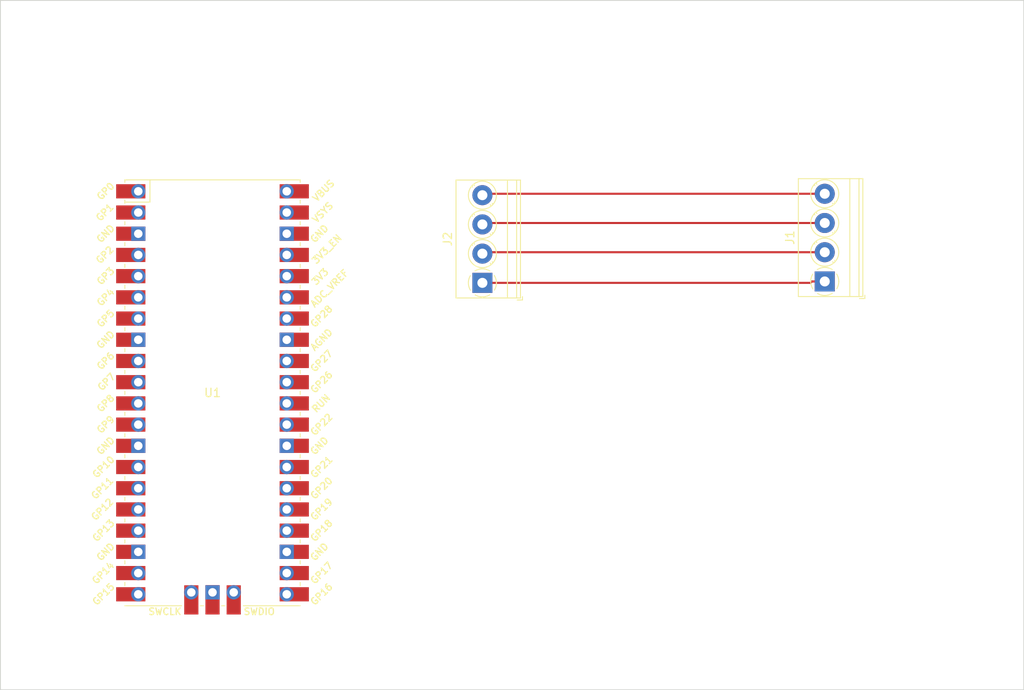
<source format=kicad_pcb>
(kicad_pcb (version 20221018) (generator pcbnew)
  (layers (0 "F.Cu" signal) (31 "B.Cu" signal) (34 "B.Paste" user) (35 "F.Paste" user) (36 "B.SilkS" user "B.Silkscreen") (37 "F.SilkS" user "F.Silkscreen") (38 "B.Mask" user) (39 "F.Mask" user) (44 "Edge.Cuts" user))
  (net 0 "")
  (net 1 "Net-(J1-Pin_1)")
  (net 2 "Net-(J1-Pin_2)")
  (net 3 "Net-(J1-Pin_3)")
  (net 4 "Net-(J1-Pin_4)")
  (footprint "TerminalBlock_Phoenix:TerminalBlock_Phoenix_PT-1,5-4-3.5-H_1x04_P3.50mm_Horizontal" (layer "F.Cu") (at 190.16 74.93 90)
    (fp_text reference "J1" (at 5.25 -4.16 90) (layer "F.SilkS"))
    (fp_text value "Screw_Terminal_01x04")
    (fp_line (start -2.05 4.16) (end -2.05 4.8) (stroke (width 0.12)) (layer "F.SilkS"))
    (fp_line (start -2.05 4.8) (end -1.65 4.8) (stroke (width 0.12)) (layer "F.SilkS"))
    (fp_line (start -1.81 -3.16) (end -1.81 4.56) (stroke (width 0.12)) (layer "F.SilkS"))
    (fp_line (start -1.81 -3.16) (end 12.31 -3.16) (stroke (width 0.12)) (layer "F.SilkS"))
    (fp_line (start -1.81 3) (end 12.31 3) (stroke (width 0.12)) (layer "F.SilkS"))
    (fp_line (start -1.81 4.1) (end 12.31 4.1) (stroke (width 0.12)) (layer "F.SilkS"))
    (fp_line (start -1.81 4.56) (end 12.31 4.56) (stroke (width 0.12)) (layer "F.SilkS"))
    (fp_line (start 2.355 0.941) (end 2.226 1.069) (stroke (width 0.12)) (layer "F.SilkS"))
    (fp_line (start 2.525 1.181) (end 2.431 1.274) (stroke (width 0.12)) (layer "F.SilkS"))
    (fp_line (start 4.57 -1.275) (end 4.476 -1.181) (stroke (width 0.12)) (layer "F.SilkS"))
    (fp_line (start 4.775 -1.069) (end 4.646 -0.941) (stroke (width 0.12)) (layer "F.SilkS"))
    (fp_line (start 5.855 0.941) (end 5.726 1.069) (stroke (width 0.12)) (layer "F.SilkS"))
    (fp_line (start 6.025 1.181) (end 5.931 1.274) (stroke (width 0.12)) (layer "F.SilkS"))
    (fp_line (start 8.07 -1.275) (end 7.976 -1.181) (stroke (width 0.12)) (layer "F.SilkS"))
    (fp_line (start 8.275 -1.069) (end 8.146 -0.941) (stroke (width 0.12)) (layer "F.SilkS"))
    (fp_line (start 9.355 0.941) (end 9.226 1.069) (stroke (width 0.12)) (layer "F.SilkS"))
    (fp_line (start 9.525 1.181) (end 9.431 1.274) (stroke (width 0.12)) (layer "F.SilkS"))
    (fp_line (start 11.57 -1.275) (end 11.476 -1.181) (stroke (width 0.12)) (layer "F.SilkS"))
    (fp_line (start 11.775 -1.069) (end 11.646 -0.941) (stroke (width 0.12)) (layer "F.SilkS"))
    (fp_line (start 12.31 -3.16) (end 12.31 4.56) (stroke (width 0.12)) (layer "F.SilkS"))
    (fp_arc (start -1.425358 0.889894) (mid -1.680286 0.014012) (end -1.44 -0.866) (stroke (width 0.12)) (layer "F.SilkS"))
    (fp_arc (start -0.889894 -1.425358) (mid -0.014012 -1.680286) (end 0.866 -1.44) (stroke (width 0.12)) (layer "F.SilkS"))
    (fp_arc (start 0.028674 1.680099) (mid -0.435535 1.622918) (end -0.866 1.44) (stroke (width 0.12)) (layer "F.SilkS"))
    (fp_arc (start 0.890264 1.424721) (mid 0.463071 1.61492) (end 0 1.68) (stroke (width 0.12)) (layer "F.SilkS"))
    (fp_arc (start 1.425504 -0.890193) (mid 1.680626 0.000476) (end 1.425 0.891) (stroke (width 0.12)) (layer "F.SilkS"))
    (fp_circle (center 3.5 0) (end 5.18 0) (stroke (width 0.12)) (fill none) (layer "F.SilkS"))
    (fp_circle (center 7 0) (end 8.68 0) (stroke (width 0.12)) (fill none) (layer "F.SilkS"))
    (fp_circle (center 10.5 0) (end 12.18 0) (stroke (width 0.12)) (fill none) (layer "F.SilkS"))
    (pad "1" thru_hole rect (at 0 0 90) (size 2.4 2.4) (drill 1.2) (layers "*.Cu" "*.Mask") (net 1 "Net-(J1-Pin_1)"))
    (pad "2" thru_hole circle (at 3.5 0 90) (size 2.4 2.4) (drill 1.2) (layers "*.Cu" "*.Mask") (net 2 "Net-(J1-Pin_2)"))
    (pad "3" thru_hole circle (at 7 0 90) (size 2.4 2.4) (drill 1.2) (layers "*.Cu" "*.Mask") (net 3 "Net-(J1-Pin_3)"))
    (pad "4" thru_hole circle (at 10.5 0 90) (size 2.4 2.4) (drill 1.2) (layers "*.Cu" "*.Mask") (net 4 "Net-(J1-Pin_4)"))
  )
  (footprint "RP-Pico Libraries:RP2040Pico" (layer "F.Cu") (at 116.84 88.265)
    (fp_text reference "U1" (at 0 0) (layer "F.SilkS"))
    (fp_text value "Pico")
    (fp_text user "GP9" (at -12.8 3.81 45) (layer "F.SilkS") (effects (font (size 0.8 0.8))))
    (fp_text user "GP7" (at -12.7 -1.3 45) (layer "F.SilkS") (effects (font (size 0.8 0.8))))
    (fp_text user "GP18" (at 13.054 16.51 45) (layer "F.SilkS") (effects (font (size 0.8 0.8))))
    (fp_text user "SWCLK" (at -5.7 26.2) (layer "F.SilkS") (effects (font (size 0.8 0.8))))
    (fp_text user "RUN" (at 13 1.27 45) (layer "F.SilkS") (effects (font (size 0.8 0.8))))
    (fp_text user "GP14" (at -13.1 21.59 45) (layer "F.SilkS") (effects (font (size 0.8 0.8))))
    (fp_text user "ADC_VREF" (at 14 -12.5 45) (layer "F.SilkS") (effects (font (size 0.8 0.8))))
    (fp_text user "GP10" (at -13.054 8.89 45) (layer "F.SilkS") (effects (font (size 0.8 0.8))))
    (fp_text user "GP4" (at -12.8 -11.43 45) (layer "F.SilkS") (effects (font (size 0.8 0.8))))
    (fp_text user "GP1" (at -12.9 -21.6 45) (layer "F.SilkS") (effects (font (size 0.8 0.8))))
    (fp_text user "GP21" (at 13.054 8.9 45) (layer "F.SilkS") (effects (font (size 0.8 0.8))))
    (fp_text user "GP15" (at -13.054 24.13 45) (layer "F.SilkS") (effects (font (size 0.8 0.8))))
    (fp_text user "GP8" (at -12.8 1.27 45) (layer "F.SilkS") (effects (font (size 0.8 0.8))))
    (fp_text user "VSYS" (at 13.2 -21.59 45) (layer "F.SilkS") (effects (font (size 0.8 0.8))))
    (fp_text user "3V3_EN" (at 13.7 -17.2 45) (layer "F.SilkS") (effects (font (size 0.8 0.8))))
    (fp_text user "GP6" (at -12.8 -3.81 45) (layer "F.SilkS") (effects (font (size 0.8 0.8))))
    (fp_text user "SWDIO" (at 5.6 26.2) (layer "F.SilkS") (effects (font (size 0.8 0.8))))
    (fp_text user "VBUS" (at 13.3 -24.2 45) (layer "F.SilkS") (effects (font (size 0.8 0.8))))
    (fp_text user "GND" (at -12.8 -6.35 45) (layer "F.SilkS") (effects (font (size 0.8 0.8))))
    (fp_text user "GP28" (at 13.054 -9.144 45) (layer "F.SilkS") (effects (font (size 0.8 0.8))))
    (fp_text user "GND" (at 12.8 -19.05 45) (layer "F.SilkS") (effects (font (size 0.8 0.8))))
    (fp_text user "GND" (at -12.8 -19.05 45) (layer "F.SilkS") (effects (font (size 0.8 0.8))))
    (fp_text user "GP20" (at 13.054 11.43 45) (layer "F.SilkS") (effects (font (size 0.8 0.8))))
    (fp_text user "3V3" (at 12.9 -13.9 45) (layer "F.SilkS") (effects (font (size 0.8 0.8))))
    (fp_text user "GND" (at 12.8 19.05 45) (layer "F.SilkS") (effects (font (size 0.8 0.8))))
    (fp_text user "GP0" (at -12.8 -24.13 45) (layer "F.SilkS") (effects (font (size 0.8 0.8))))
    (fp_text user "GND" (at -12.8 19.05 45) (layer "F.SilkS") (effects (font (size 0.8 0.8))))
    (fp_text user "GP19" (at 13.054 13.97 45) (layer "F.SilkS") (effects (font (size 0.8 0.8))))
    (fp_text user "GP2" (at -12.9 -16.51 45) (layer "F.SilkS") (effects (font (size 0.8 0.8))))
    (fp_text user "GND" (at -12.8 6.35 45) (layer "F.SilkS") (effects (font (size 0.8 0.8))))
    (fp_text user "GP27" (at 13.054 -3.8 45) (layer "F.SilkS") (effects (font (size 0.8 0.8))))
    (fp_text user "AGND" (at 13.054 -6.35 45) (layer "F.SilkS") (effects (font (size 0.8 0.8))))
    (fp_text user "GP22" (at 13.054 3.81 45) (layer "F.SilkS") (effects (font (size 0.8 0.8))))
    (fp_text user "GP26" (at 13.054 -1.27 45) (layer "F.SilkS") (effects (font (size 0.8 0.8))))
    (fp_text user "GP12" (at -13.2 13.97 45) (layer "F.SilkS") (effects (font (size 0.8 0.8))))
    (fp_text user "GP3" (at -12.8 -13.97 45) (layer "F.SilkS") (effects (font (size 0.8 0.8))))
    (fp_text user "GP17" (at 13.054 21.59 45) (layer "F.SilkS") (effects (font (size 0.8 0.8))))
    (fp_text user "GP16" (at 13.054 24.13 45) (layer "F.SilkS") (effects (font (size 0.8 0.8))))
    (fp_text user "GP5" (at -12.8 -8.89 45) (layer "F.SilkS") (effects (font (size 0.8 0.8))))
    (fp_text user "GP11" (at -13.2 11.43 45) (layer "F.SilkS") (effects (font (size 0.8 0.8))))
    (fp_text user "GND" (at 12.8 6.35 45) (layer "F.SilkS") (effects (font (size 0.8 0.8))))
    (fp_text user "GP13" (at -13.054 16.51 45) (layer "F.SilkS") (effects (font (size 0.8 0.8))))
    (fp_line (start -10.5 -25.5) (end -10.5 -25.2) (stroke (width 0.12)) (layer "F.SilkS"))
    (fp_line (start -10.5 -25.5) (end 10.5 -25.5) (stroke (width 0.12)) (layer "F.SilkS"))
    (fp_line (start -10.5 -23.1) (end -10.5 -22.7) (stroke (width 0.12)) (layer "F.SilkS"))
    (fp_line (start -10.5 -22.833) (end -7.493 -22.833) (stroke (width 0.12)) (layer "F.SilkS"))
    (fp_line (start -10.5 -20.5) (end -10.5 -20.1) (stroke (width 0.12)) (layer "F.SilkS"))
    (fp_line (start -10.5 -18) (end -10.5 -17.6) (stroke (width 0.12)) (layer "F.SilkS"))
    (fp_line (start -10.5 -15.4) (end -10.5 -15) (stroke (width 0.12)) (layer "F.SilkS"))
    (fp_line (start -10.5 -12.9) (end -10.5 -12.5) (stroke (width 0.12)) (layer "F.SilkS"))
    (fp_line (start -10.5 -10.4) (end -10.5 -10) (stroke (width 0.12)) (layer "F.SilkS"))
    (fp_line (start -10.5 -7.8) (end -10.5 -7.4) (stroke (width 0.12)) (layer "F.SilkS"))
    (fp_line (start -10.5 -5.3) (end -10.5 -4.9) (stroke (width 0.12)) (layer "F.SilkS"))
    (fp_line (start -10.5 -2.7) (end -10.5 -2.3) (stroke (width 0.12)) (layer "F.SilkS"))
    (fp_line (start -10.5 -0.2) (end -10.5 0.2) (stroke (width 0.12)) (layer "F.SilkS"))
    (fp_line (start -10.5 2.3) (end -10.5 2.7) (stroke (width 0.12)) (layer "F.SilkS"))
    (fp_line (start -10.5 4.9) (end -10.5 5.3) (stroke (width 0.12)) (layer "F.SilkS"))
    (fp_line (start -10.5 7.4) (end -10.5 7.8) (stroke (width 0.12)) (layer "F.SilkS"))
    (fp_line (start -10.5 10) (end -10.5 10.4) (stroke (width 0.12)) (layer "F.SilkS"))
    (fp_line (start -10.5 12.5) (end -10.5 12.9) (stroke (width 0.12)) (layer "F.SilkS"))
    (fp_line (start -10.5 15.1) (end -10.5 15.5) (stroke (width 0.12)) (layer "F.SilkS"))
    (fp_line (start -10.5 17.6) (end -10.5 18) (stroke (width 0.12)) (layer "F.SilkS"))
    (fp_line (start -10.5 20.1) (end -10.5 20.5) (stroke (width 0.12)) (layer "F.SilkS"))
    (fp_line (start -10.5 22.7) (end -10.5 23.1) (stroke (width 0.12)) (layer "F.SilkS"))
    (fp_line (start -7.493 -22.833) (end -7.493 -25.5) (stroke (width 0.12)) (layer "F.SilkS"))
    (fp_line (start -3.7 25.5) (end -10.5 25.5) (stroke (width 0.12)) (layer "F.SilkS"))
    (fp_line (start -1.5 25.5) (end -1.1 25.5) (stroke (width 0.12)) (layer "F.SilkS"))
    (fp_line (start 1.1 25.5) (end 1.5 25.5) (stroke (width 0.12)) (layer "F.SilkS"))
    (fp_line (start 10.5 -25.5) (end 10.5 -25.2) (stroke (width 0.12)) (layer "F.SilkS"))
    (fp_line (start 10.5 -23.1) (end 10.5 -22.7) (stroke (width 0.12)) (layer "F.SilkS"))
    (fp_line (start 10.5 -20.5) (end 10.5 -20.1) (stroke (width 0.12)) (layer "F.SilkS"))
    (fp_line (start 10.5 -18) (end 10.5 -17.6) (stroke (width 0.12)) (layer "F.SilkS"))
    (fp_line (start 10.5 -15.4) (end 10.5 -15) (stroke (width 0.12)) (layer "F.SilkS"))
    (fp_line (start 10.5 -12.9) (end 10.5 -12.5) (stroke (width 0.12)) (layer "F.SilkS"))
    (fp_line (start 10.5 -10.4) (end 10.5 -10) (stroke (width 0.12)) (layer "F.SilkS"))
    (fp_line (start 10.5 -7.8) (end 10.5 -7.4) (stroke (width 0.12)) (layer "F.SilkS"))
    (fp_line (start 10.5 -5.3) (end 10.5 -4.9) (stroke (width 0.12)) (layer "F.SilkS"))
    (fp_line (start 10.5 -2.7) (end 10.5 -2.3) (stroke (width 0.12)) (layer "F.SilkS"))
    (fp_line (start 10.5 -0.2) (end 10.5 0.2) (stroke (width 0.12)) (layer "F.SilkS"))
    (fp_line (start 10.5 2.3) (end 10.5 2.7) (stroke (width 0.12)) (layer "F.SilkS"))
    (fp_line (start 10.5 4.9) (end 10.5 5.3) (stroke (width 0.12)) (layer "F.SilkS"))
    (fp_line (start 10.5 7.4) (end 10.5 7.8) (stroke (width 0.12)) (layer "F.SilkS"))
    (fp_line (start 10.5 10) (end 10.5 10.4) (stroke (width 0.12)) (layer "F.SilkS"))
    (fp_line (start 10.5 12.5) (end 10.5 12.9) (stroke (width 0.12)) (layer "F.SilkS"))
    (fp_line (start 10.5 15.1) (end 10.5 15.5) (stroke (width 0.12)) (layer "F.SilkS"))
    (fp_line (start 10.5 17.6) (end 10.5 18) (stroke (width 0.12)) (layer "F.SilkS"))
    (fp_line (start 10.5 20.1) (end 10.5 20.5) (stroke (width 0.12)) (layer "F.SilkS"))
    (fp_line (start 10.5 22.7) (end 10.5 23.1) (stroke (width 0.12)) (layer "F.SilkS"))
    (fp_line (start 10.5 25.5) (end 3.7 25.5) (stroke (width 0.12)) (layer "F.SilkS"))
    (pad "1" thru_hole oval (at -8.89 -24.13) (size 1.7 1.7) (drill 1.02) (layers "*.Cu" "*.Mask"))
    (pad "1" smd rect (at -8.89 -24.13) (size 3.5 1.7) (drill (offset -0.9 0)) (layers "F.Cu" "F.Mask"))
    (pad "2" thru_hole oval (at -8.89 -21.59) (size 1.7 1.7) (drill 1.02) (layers "*.Cu" "*.Mask"))
    (pad "2" smd rect (at -8.89 -21.59) (size 3.5 1.7) (drill (offset -0.9 0)) (layers "F.Cu" "F.Mask"))
    (pad "3" thru_hole rect (at -8.89 -19.05) (size 1.7 1.7) (drill 1.02) (layers "*.Cu" "*.Mask"))
    (pad "3" smd rect (at -8.89 -19.05) (size 3.5 1.7) (drill (offset -0.9 0)) (layers "F.Cu" "F.Mask"))
    (pad "4" thru_hole oval (at -8.89 -16.51) (size 1.7 1.7) (drill 1.02) (layers "*.Cu" "*.Mask"))
    (pad "4" smd rect (at -8.89 -16.51) (size 3.5 1.7) (drill (offset -0.9 0)) (layers "F.Cu" "F.Mask"))
    (pad "5" thru_hole oval (at -8.89 -13.97) (size 1.7 1.7) (drill 1.02) (layers "*.Cu" "*.Mask"))
    (pad "5" smd rect (at -8.89 -13.97) (size 3.5 1.7) (drill (offset -0.9 0)) (layers "F.Cu" "F.Mask"))
    (pad "6" thru_hole oval (at -8.89 -11.43) (size 1.7 1.7) (drill 1.02) (layers "*.Cu" "*.Mask"))
    (pad "6" smd rect (at -8.89 -11.43) (size 3.5 1.7) (drill (offset -0.9 0)) (layers "F.Cu" "F.Mask"))
    (pad "7" thru_hole oval (at -8.89 -8.89) (size 1.7 1.7) (drill 1.02) (layers "*.Cu" "*.Mask"))
    (pad "7" smd rect (at -8.89 -8.89) (size 3.5 1.7) (drill (offset -0.9 0)) (layers "F.Cu" "F.Mask"))
    (pad "8" thru_hole rect (at -8.89 -6.35) (size 1.7 1.7) (drill 1.02) (layers "*.Cu" "*.Mask"))
    (pad "8" smd rect (at -8.89 -6.35) (size 3.5 1.7) (drill (offset -0.9 0)) (layers "F.Cu" "F.Mask"))
    (pad "9" thru_hole oval (at -8.89 -3.81) (size 1.7 1.7) (drill 1.02) (layers "*.Cu" "*.Mask"))
    (pad "9" smd rect (at -8.89 -3.81) (size 3.5 1.7) (drill (offset -0.9 0)) (layers "F.Cu" "F.Mask"))
    (pad "10" thru_hole oval (at -8.89 -1.27) (size 1.7 1.7) (drill 1.02) (layers "*.Cu" "*.Mask"))
    (pad "10" smd rect (at -8.89 -1.27) (size 3.5 1.7) (drill (offset -0.9 0)) (layers "F.Cu" "F.Mask"))
    (pad "11" thru_hole oval (at -8.89 1.27) (size 1.7 1.7) (drill 1.02) (layers "*.Cu" "*.Mask"))
    (pad "11" smd rect (at -8.89 1.27) (size 3.5 1.7) (drill (offset -0.9 0)) (layers "F.Cu" "F.Mask"))
    (pad "12" thru_hole oval (at -8.89 3.81) (size 1.7 1.7) (drill 1.02) (layers "*.Cu" "*.Mask"))
    (pad "12" smd rect (at -8.89 3.81) (size 3.5 1.7) (drill (offset -0.9 0)) (layers "F.Cu" "F.Mask"))
    (pad "13" thru_hole rect (at -8.89 6.35) (size 1.7 1.7) (drill 1.02) (layers "*.Cu" "*.Mask"))
    (pad "13" smd rect (at -8.89 6.35) (size 3.5 1.7) (drill (offset -0.9 0)) (layers "F.Cu" "F.Mask"))
    (pad "14" thru_hole oval (at -8.89 8.89) (size 1.7 1.7) (drill 1.02) (layers "*.Cu" "*.Mask"))
    (pad "14" smd rect (at -8.89 8.89) (size 3.5 1.7) (drill (offset -0.9 0)) (layers "F.Cu" "F.Mask"))
    (pad "15" thru_hole oval (at -8.89 11.43) (size 1.7 1.7) (drill 1.02) (layers "*.Cu" "*.Mask"))
    (pad "15" smd rect (at -8.89 11.43) (size 3.5 1.7) (drill (offset -0.9 0)) (layers "F.Cu" "F.Mask"))
    (pad "16" thru_hole oval (at -8.89 13.97) (size 1.7 1.7) (drill 1.02) (layers "*.Cu" "*.Mask"))
    (pad "16" smd rect (at -8.89 13.97) (size 3.5 1.7) (drill (offset -0.9 0)) (layers "F.Cu" "F.Mask"))
    (pad "17" thru_hole oval (at -8.89 16.51) (size 1.7 1.7) (drill 1.02) (layers "*.Cu" "*.Mask"))
    (pad "17" smd rect (at -8.89 16.51) (size 3.5 1.7) (drill (offset -0.9 0)) (layers "F.Cu" "F.Mask"))
    (pad "18" thru_hole rect (at -8.89 19.05) (size 1.7 1.7) (drill 1.02) (layers "*.Cu" "*.Mask"))
    (pad "18" smd rect (at -8.89 19.05) (size 3.5 1.7) (drill (offset -0.9 0)) (layers "F.Cu" "F.Mask"))
    (pad "19" thru_hole oval (at -8.89 21.59) (size 1.7 1.7) (drill 1.02) (layers "*.Cu" "*.Mask"))
    (pad "19" smd rect (at -8.89 21.59) (size 3.5 1.7) (drill (offset -0.9 0)) (layers "F.Cu" "F.Mask"))
    (pad "20" thru_hole oval (at -8.89 24.13) (size 1.7 1.7) (drill 1.02) (layers "*.Cu" "*.Mask"))
    (pad "20" smd rect (at -8.89 24.13) (size 3.5 1.7) (drill (offset -0.9 0)) (layers "F.Cu" "F.Mask"))
    (pad "21" thru_hole oval (at 8.89 24.13) (size 1.7 1.7) (drill 1.02) (layers "*.Cu" "*.Mask"))
    (pad "21" smd rect (at 8.89 24.13) (size 3.5 1.7) (drill (offset 0.9 0)) (layers "F.Cu" "F.Mask"))
    (pad "22" thru_hole oval (at 8.89 21.59) (size 1.7 1.7) (drill 1.02) (layers "*.Cu" "*.Mask"))
    (pad "22" smd rect (at 8.89 21.59) (size 3.5 1.7) (drill (offset 0.9 0)) (layers "F.Cu" "F.Mask"))
    (pad "23" thru_hole rect (at 8.89 19.05) (size 1.7 1.7) (drill 1.02) (layers "*.Cu" "*.Mask"))
    (pad "23" smd rect (at 8.89 19.05) (size 3.5 1.7) (drill (offset 0.9 0)) (layers "F.Cu" "F.Mask"))
    (pad "24" thru_hole oval (at 8.89 16.51) (size 1.7 1.7) (drill 1.02) (layers "*.Cu" "*.Mask"))
    (pad "24" smd rect (at 8.89 16.51) (size 3.5 1.7) (drill (offset 0.9 0)) (layers "F.Cu" "F.Mask"))
    (pad "25" thru_hole oval (at 8.89 13.97) (size 1.7 1.7) (drill 1.02) (layers "*.Cu" "*.Mask"))
    (pad "25" smd rect (at 8.89 13.97) (size 3.5 1.7) (drill (offset 0.9 0)) (layers "F.Cu" "F.Mask"))
    (pad "26" thru_hole oval (at 8.89 11.43) (size 1.7 1.7) (drill 1.02) (layers "*.Cu" "*.Mask"))
    (pad "26" smd rect (at 8.89 11.43) (size 3.5 1.7) (drill (offset 0.9 0)) (layers "F.Cu" "F.Mask"))
    (pad "27" thru_hole oval (at 8.89 8.89) (size 1.7 1.7) (drill 1.02) (layers "*.Cu" "*.Mask"))
    (pad "27" smd rect (at 8.89 8.89) (size 3.5 1.7) (drill (offset 0.9 0)) (layers "F.Cu" "F.Mask"))
    (pad "28" thru_hole rect (at 8.89 6.35) (size 1.7 1.7) (drill 1.02) (layers "*.Cu" "*.Mask"))
    (pad "28" smd rect (at 8.89 6.35) (size 3.5 1.7) (drill (offset 0.9 0)) (layers "F.Cu" "F.Mask"))
    (pad "29" thru_hole oval (at 8.89 3.81) (size 1.7 1.7) (drill 1.02) (layers "*.Cu" "*.Mask"))
    (pad "29" smd rect (at 8.89 3.81) (size 3.5 1.7) (drill (offset 0.9 0)) (layers "F.Cu" "F.Mask"))
    (pad "30" thru_hole oval (at 8.89 1.27) (size 1.7 1.7) (drill 1.02) (layers "*.Cu" "*.Mask"))
    (pad "30" smd rect (at 8.89 1.27) (size 3.5 1.7) (drill (offset 0.9 0)) (layers "F.Cu" "F.Mask"))
    (pad "31" thru_hole oval (at 8.89 -1.27) (size 1.7 1.7) (drill 1.02) (layers "*.Cu" "*.Mask"))
    (pad "31" smd rect (at 8.89 -1.27) (size 3.5 1.7) (drill (offset 0.9 0)) (layers "F.Cu" "F.Mask"))
    (pad "32" thru_hole oval (at 8.89 -3.81) (size 1.7 1.7) (drill 1.02) (layers "*.Cu" "*.Mask"))
    (pad "32" smd rect (at 8.89 -3.81) (size 3.5 1.7) (drill (offset 0.9 0)) (layers "F.Cu" "F.Mask"))
    (pad "33" thru_hole rect (at 8.89 -6.35) (size 1.7 1.7) (drill 1.02) (layers "*.Cu" "*.Mask"))
    (pad "33" smd rect (at 8.89 -6.35) (size 3.5 1.7) (drill (offset 0.9 0)) (layers "F.Cu" "F.Mask"))
    (pad "34" thru_hole oval (at 8.89 -8.89) (size 1.7 1.7) (drill 1.02) (layers "*.Cu" "*.Mask"))
    (pad "34" smd rect (at 8.89 -8.89) (size 3.5 1.7) (drill (offset 0.9 0)) (layers "F.Cu" "F.Mask"))
    (pad "35" thru_hole oval (at 8.89 -11.43) (size 1.7 1.7) (drill 1.02) (layers "*.Cu" "*.Mask"))
    (pad "35" smd rect (at 8.89 -11.43) (size 3.5 1.7) (drill (offset 0.9 0)) (layers "F.Cu" "F.Mask"))
    (pad "36" thru_hole oval (at 8.89 -13.97) (size 1.7 1.7) (drill 1.02) (layers "*.Cu" "*.Mask"))
    (pad "36" smd rect (at 8.89 -13.97) (size 3.5 1.7) (drill (offset 0.9 0)) (layers "F.Cu" "F.Mask"))
    (pad "37" thru_hole oval (at 8.89 -16.51) (size 1.7 1.7) (drill 1.02) (layers "*.Cu" "*.Mask"))
    (pad "37" smd rect (at 8.89 -16.51) (size 3.5 1.7) (drill (offset 0.9 0)) (layers "F.Cu" "F.Mask"))
    (pad "38" thru_hole rect (at 8.89 -19.05) (size 1.7 1.7) (drill 1.02) (layers "*.Cu" "*.Mask"))
    (pad "38" smd rect (at 8.89 -19.05) (size 3.5 1.7) (drill (offset 0.9 0)) (layers "F.Cu" "F.Mask"))
    (pad "39" thru_hole oval (at 8.89 -21.59) (size 1.7 1.7) (drill 1.02) (layers "*.Cu" "*.Mask"))
    (pad "39" smd rect (at 8.89 -21.59) (size 3.5 1.7) (drill (offset 0.9 0)) (layers "F.Cu" "F.Mask"))
    (pad "40" thru_hole oval (at 8.89 -24.13) (size 1.7 1.7) (drill 1.02) (layers "*.Cu" "*.Mask"))
    (pad "40" smd rect (at 8.89 -24.13) (size 3.5 1.7) (drill (offset 0.9 0)) (layers "F.Cu" "F.Mask"))
    (pad "41" thru_hole oval (at -2.54 23.9) (size 1.7 1.7) (drill 1.02) (layers "*.Cu" "*.Mask"))
    (pad "41" smd rect (at -2.54 23.9 90) (size 3.5 1.7) (drill (offset -0.9 0)) (layers "F.Cu" "F.Mask"))
    (pad "42" thru_hole rect (at 0 23.9) (size 1.7 1.7) (drill 1.02) (layers "*.Cu" "*.Mask"))
    (pad "42" smd rect (at 0 23.9 90) (size 3.5 1.7) (drill (offset -0.9 0)) (layers "F.Cu" "F.Mask"))
    (pad "43" thru_hole oval (at 2.54 23.9) (size 1.7 1.7) (drill 1.02) (layers "*.Cu" "*.Mask"))
    (pad "43" smd rect (at 2.54 23.9 90) (size 3.5 1.7) (drill (offset -0.9 0)) (layers "F.Cu" "F.Mask"))
  )
  (footprint "TerminalBlock_Phoenix:TerminalBlock_Phoenix_PT-1,5-4-3.5-H_1x04_P3.50mm_Horizontal" (layer "F.Cu") (at 149.16 75.1 90)
    (fp_text reference "J2" (at 5.25 -4.16 90) (layer "F.SilkS"))
    (fp_text value "Screw_Terminal_01x04")
    (fp_line (start -2.05 4.16) (end -2.05 4.8) (stroke (width 0.12)) (layer "F.SilkS"))
    (fp_line (start -2.05 4.8) (end -1.65 4.8) (stroke (width 0.12)) (layer "F.SilkS"))
    (fp_line (start -1.81 -3.16) (end -1.81 4.56) (stroke (width 0.12)) (layer "F.SilkS"))
    (fp_line (start -1.81 -3.16) (end 12.31 -3.16) (stroke (width 0.12)) (layer "F.SilkS"))
    (fp_line (start -1.81 3) (end 12.31 3) (stroke (width 0.12)) (layer "F.SilkS"))
    (fp_line (start -1.81 4.1) (end 12.31 4.1) (stroke (width 0.12)) (layer "F.SilkS"))
    (fp_line (start -1.81 4.56) (end 12.31 4.56) (stroke (width 0.12)) (layer "F.SilkS"))
    (fp_line (start 2.355 0.941) (end 2.226 1.069) (stroke (width 0.12)) (layer "F.SilkS"))
    (fp_line (start 2.525 1.181) (end 2.431 1.274) (stroke (width 0.12)) (layer "F.SilkS"))
    (fp_line (start 4.57 -1.275) (end 4.476 -1.181) (stroke (width 0.12)) (layer "F.SilkS"))
    (fp_line (start 4.775 -1.069) (end 4.646 -0.941) (stroke (width 0.12)) (layer "F.SilkS"))
    (fp_line (start 5.855 0.941) (end 5.726 1.069) (stroke (width 0.12)) (layer "F.SilkS"))
    (fp_line (start 6.025 1.181) (end 5.931 1.274) (stroke (width 0.12)) (layer "F.SilkS"))
    (fp_line (start 8.07 -1.275) (end 7.976 -1.181) (stroke (width 0.12)) (layer "F.SilkS"))
    (fp_line (start 8.275 -1.069) (end 8.146 -0.941) (stroke (width 0.12)) (layer "F.SilkS"))
    (fp_line (start 9.355 0.941) (end 9.226 1.069) (stroke (width 0.12)) (layer "F.SilkS"))
    (fp_line (start 9.525 1.181) (end 9.431 1.274) (stroke (width 0.12)) (layer "F.SilkS"))
    (fp_line (start 11.57 -1.275) (end 11.476 -1.181) (stroke (width 0.12)) (layer "F.SilkS"))
    (fp_line (start 11.775 -1.069) (end 11.646 -0.941) (stroke (width 0.12)) (layer "F.SilkS"))
    (fp_line (start 12.31 -3.16) (end 12.31 4.56) (stroke (width 0.12)) (layer "F.SilkS"))
    (fp_arc (start -1.425358 0.889894) (mid -1.680286 0.014012) (end -1.44 -0.866) (stroke (width 0.12)) (layer "F.SilkS"))
    (fp_arc (start -0.889894 -1.425358) (mid -0.014012 -1.680286) (end 0.866 -1.44) (stroke (width 0.12)) (layer "F.SilkS"))
    (fp_arc (start 0.028674 1.680099) (mid -0.435535 1.622918) (end -0.866 1.44) (stroke (width 0.12)) (layer "F.SilkS"))
    (fp_arc (start 0.890264 1.424721) (mid 0.463071 1.61492) (end 0 1.68) (stroke (width 0.12)) (layer "F.SilkS"))
    (fp_arc (start 1.425504 -0.890193) (mid 1.680626 0.000476) (end 1.425 0.891) (stroke (width 0.12)) (layer "F.SilkS"))
    (fp_circle (center 3.5 0) (end 5.18 0) (stroke (width 0.12)) (fill none) (layer "F.SilkS"))
    (fp_circle (center 7 0) (end 8.68 0) (stroke (width 0.12)) (fill none) (layer "F.SilkS"))
    (fp_circle (center 10.5 0) (end 12.18 0) (stroke (width 0.12)) (fill none) (layer "F.SilkS"))
    (pad "1" thru_hole rect (at 0 0 90) (size 2.4 2.4) (drill 1.2) (layers "*.Cu" "*.Mask") (net 1 "Net-(J1-Pin_1)"))
    (pad "2" thru_hole circle (at 3.5 0 90) (size 2.4 2.4) (drill 1.2) (layers "*.Cu" "*.Mask") (net 2 "Net-(J1-Pin_2)"))
    (pad "3" thru_hole circle (at 7 0 90) (size 2.4 2.4) (drill 1.2) (layers "*.Cu" "*.Mask") (net 3 "Net-(J1-Pin_3)"))
    (pad "4" thru_hole circle (at 10.5 0 90) (size 2.4 2.4) (drill 1.2) (layers "*.Cu" "*.Mask") (net 4 "Net-(J1-Pin_4)"))
  )
  (gr_rect (start 91.44 41.275) (end 213.995 123.825) (stroke (width 0.1)) (fill none) (layer "Edge.Cuts"))
  (segment (start 149.16 75.1) (end 188.4631 75.1) (width 0.25) (layer "F.Cu") (net 1))
  (segment (start 190.16 74.93) (end 188.6331 74.93) (width 0.25) (layer "F.Cu") (net 1))
  (segment (start 188.4631 75.1) (end 188.6331 74.93) (width 0.25) (layer "F.Cu") (net 1))
  (segment (start 149.33 71.43) (end 149.16 71.6) (width 0.25) (layer "F.Cu") (net 2))
  (segment (start 190.16 71.43) (end 149.33 71.43) (width 0.25) (layer "F.Cu") (net 2))
  (segment (start 149.33 67.93) (end 149.16 68.1) (width 0.25) (layer "F.Cu") (net 3))
  (segment (start 190.16 67.93) (end 149.33 67.93) (width 0.25) (layer "F.Cu") (net 3))
  (segment (start 149.33 64.43) (end 149.16 64.6) (width 0.25) (layer "F.Cu") (net 4))
  (segment (start 190.16 64.43) (end 149.33 64.43) (width 0.25) (layer "F.Cu") (net 4))
)
</source>
